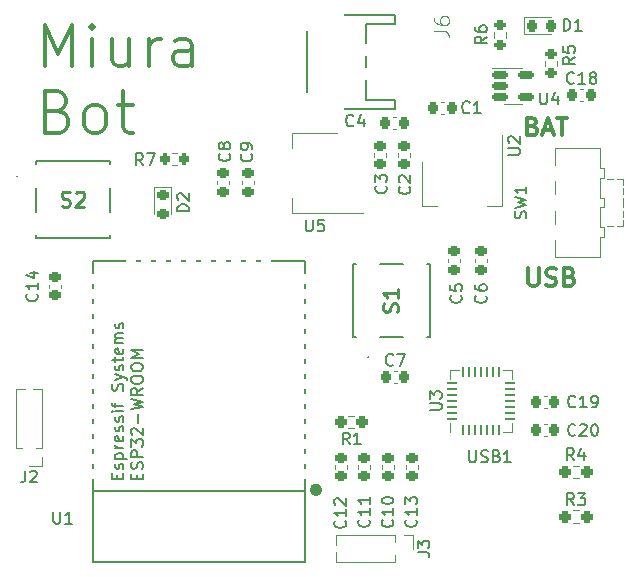
<source format=gto>
%TF.GenerationSoftware,KiCad,Pcbnew,(6.0.8)*%
%TF.CreationDate,2023-02-13T22:42:50-05:00*%
%TF.ProjectId,miura_board,6d697572-615f-4626-9f61-72642e6b6963,rev?*%
%TF.SameCoordinates,Original*%
%TF.FileFunction,Legend,Top*%
%TF.FilePolarity,Positive*%
%FSLAX46Y46*%
G04 Gerber Fmt 4.6, Leading zero omitted, Abs format (unit mm)*
G04 Created by KiCad (PCBNEW (6.0.8)) date 2023-02-13 22:42:50*
%MOMM*%
%LPD*%
G01*
G04 APERTURE LIST*
G04 Aperture macros list*
%AMRoundRect*
0 Rectangle with rounded corners*
0 $1 Rounding radius*
0 $2 $3 $4 $5 $6 $7 $8 $9 X,Y pos of 4 corners*
0 Add a 4 corners polygon primitive as box body*
4,1,4,$2,$3,$4,$5,$6,$7,$8,$9,$2,$3,0*
0 Add four circle primitives for the rounded corners*
1,1,$1+$1,$2,$3*
1,1,$1+$1,$4,$5*
1,1,$1+$1,$6,$7*
1,1,$1+$1,$8,$9*
0 Add four rect primitives between the rounded corners*
20,1,$1+$1,$2,$3,$4,$5,0*
20,1,$1+$1,$4,$5,$6,$7,0*
20,1,$1+$1,$6,$7,$8,$9,0*
20,1,$1+$1,$8,$9,$2,$3,0*%
G04 Aperture macros list end*
%ADD10C,0.300000*%
%ADD11C,0.150000*%
%ADD12C,0.254000*%
%ADD13C,0.101600*%
%ADD14C,0.120000*%
%ADD15C,0.200000*%
%ADD16C,0.100000*%
%ADD17C,0.500000*%
%ADD18C,0.203200*%
%ADD19RoundRect,0.225000X-0.250000X0.225000X-0.250000X-0.225000X0.250000X-0.225000X0.250000X0.225000X0*%
%ADD20R,1.500000X2.000000*%
%ADD21R,3.800000X2.000000*%
%ADD22RoundRect,0.200000X0.275000X-0.200000X0.275000X0.200000X-0.275000X0.200000X-0.275000X-0.200000X0*%
%ADD23RoundRect,0.218750X-0.218750X-0.256250X0.218750X-0.256250X0.218750X0.256250X-0.218750X0.256250X0*%
%ADD24R,2.000000X1.500000*%
%ADD25R,2.000000X3.800000*%
%ADD26C,3.800000*%
%ADD27RoundRect,0.062500X0.062500X-0.337500X0.062500X0.337500X-0.062500X0.337500X-0.062500X-0.337500X0*%
%ADD28RoundRect,0.062500X0.337500X-0.062500X0.337500X0.062500X-0.337500X0.062500X-0.337500X-0.062500X0*%
%ADD29R,3.350000X3.350000*%
%ADD30RoundRect,0.225000X0.225000X0.250000X-0.225000X0.250000X-0.225000X-0.250000X0.225000X-0.250000X0*%
%ADD31R,1.000000X1.000000*%
%ADD32O,1.000000X1.000000*%
%ADD33RoundRect,0.225000X-0.225000X-0.250000X0.225000X-0.250000X0.225000X0.250000X-0.225000X0.250000X0*%
%ADD34R,1.000000X2.750000*%
%ADD35O,2.500000X0.900000*%
%ADD36O,0.900000X2.500000*%
%ADD37R,6.000000X6.000000*%
%ADD38RoundRect,0.200000X0.200000X0.275000X-0.200000X0.275000X-0.200000X-0.275000X0.200000X-0.275000X0*%
%ADD39R,4.599940X0.998220*%
%ADD40R,3.398520X1.597660*%
%ADD41RoundRect,0.150000X-0.512500X-0.150000X0.512500X-0.150000X0.512500X0.150000X-0.512500X0.150000X0*%
%ADD42RoundRect,0.237500X0.250000X0.237500X-0.250000X0.237500X-0.250000X-0.237500X0.250000X-0.237500X0*%
%ADD43R,2.750000X1.000000*%
%ADD44C,0.650000*%
%ADD45R,0.600000X1.450000*%
%ADD46R,0.300000X1.450000*%
%ADD47RoundRect,0.237500X-0.250000X-0.237500X0.250000X-0.237500X0.250000X0.237500X-0.250000X0.237500X0*%
%ADD48RoundRect,0.218750X-0.256250X0.218750X-0.256250X-0.218750X0.256250X-0.218750X0.256250X0.218750X0*%
%ADD49C,0.900000*%
%ADD50R,2.500000X1.250000*%
G04 APERTURE END LIST*
D10*
X106122857Y-46832857D02*
X106337142Y-46904285D01*
X106408571Y-46975714D01*
X106480000Y-47118571D01*
X106480000Y-47332857D01*
X106408571Y-47475714D01*
X106337142Y-47547142D01*
X106194285Y-47618571D01*
X105622857Y-47618571D01*
X105622857Y-46118571D01*
X106122857Y-46118571D01*
X106265714Y-46190000D01*
X106337142Y-46261428D01*
X106408571Y-46404285D01*
X106408571Y-46547142D01*
X106337142Y-46690000D01*
X106265714Y-46761428D01*
X106122857Y-46832857D01*
X105622857Y-46832857D01*
X107051428Y-47190000D02*
X107765714Y-47190000D01*
X106908571Y-47618571D02*
X107408571Y-46118571D01*
X107908571Y-47618571D01*
X108194285Y-46118571D02*
X109051428Y-46118571D01*
X108622857Y-47618571D02*
X108622857Y-46118571D01*
X64828333Y-41765833D02*
X64828333Y-38265833D01*
X65995000Y-40765833D01*
X67161666Y-38265833D01*
X67161666Y-41765833D01*
X68828333Y-41765833D02*
X68828333Y-39432500D01*
X68828333Y-38265833D02*
X68661666Y-38432500D01*
X68828333Y-38599166D01*
X68995000Y-38432500D01*
X68828333Y-38265833D01*
X68828333Y-38599166D01*
X71995000Y-39432500D02*
X71995000Y-41765833D01*
X70495000Y-39432500D02*
X70495000Y-41265833D01*
X70661666Y-41599166D01*
X70995000Y-41765833D01*
X71495000Y-41765833D01*
X71828333Y-41599166D01*
X71995000Y-41432500D01*
X73661666Y-41765833D02*
X73661666Y-39432500D01*
X73661666Y-40099166D02*
X73828333Y-39765833D01*
X73995000Y-39599166D01*
X74328333Y-39432500D01*
X74661666Y-39432500D01*
X77328333Y-41765833D02*
X77328333Y-39932500D01*
X77161666Y-39599166D01*
X76828333Y-39432500D01*
X76161666Y-39432500D01*
X75828333Y-39599166D01*
X77328333Y-41599166D02*
X76995000Y-41765833D01*
X76161666Y-41765833D01*
X75828333Y-41599166D01*
X75661666Y-41265833D01*
X75661666Y-40932500D01*
X75828333Y-40599166D01*
X76161666Y-40432500D01*
X76995000Y-40432500D01*
X77328333Y-40265833D01*
X65995000Y-45567500D02*
X66495000Y-45734166D01*
X66661666Y-45900833D01*
X66828333Y-46234166D01*
X66828333Y-46734166D01*
X66661666Y-47067500D01*
X66495000Y-47234166D01*
X66161666Y-47400833D01*
X64828333Y-47400833D01*
X64828333Y-43900833D01*
X65995000Y-43900833D01*
X66328333Y-44067500D01*
X66495000Y-44234166D01*
X66661666Y-44567500D01*
X66661666Y-44900833D01*
X66495000Y-45234166D01*
X66328333Y-45400833D01*
X65995000Y-45567500D01*
X64828333Y-45567500D01*
X68828333Y-47400833D02*
X68495000Y-47234166D01*
X68328333Y-47067500D01*
X68161666Y-46734166D01*
X68161666Y-45734166D01*
X68328333Y-45400833D01*
X68495000Y-45234166D01*
X68828333Y-45067500D01*
X69328333Y-45067500D01*
X69661666Y-45234166D01*
X69828333Y-45400833D01*
X69995000Y-45734166D01*
X69995000Y-46734166D01*
X69828333Y-47067500D01*
X69661666Y-47234166D01*
X69328333Y-47400833D01*
X68828333Y-47400833D01*
X70995000Y-45067500D02*
X72328333Y-45067500D01*
X71495000Y-43900833D02*
X71495000Y-46900833D01*
X71661666Y-47234166D01*
X71995000Y-47400833D01*
X72328333Y-47400833D01*
X105787142Y-58878571D02*
X105787142Y-60092857D01*
X105858571Y-60235714D01*
X105930000Y-60307142D01*
X106072857Y-60378571D01*
X106358571Y-60378571D01*
X106501428Y-60307142D01*
X106572857Y-60235714D01*
X106644285Y-60092857D01*
X106644285Y-58878571D01*
X107287142Y-60307142D02*
X107501428Y-60378571D01*
X107858571Y-60378571D01*
X108001428Y-60307142D01*
X108072857Y-60235714D01*
X108144285Y-60092857D01*
X108144285Y-59950000D01*
X108072857Y-59807142D01*
X108001428Y-59735714D01*
X107858571Y-59664285D01*
X107572857Y-59592857D01*
X107430000Y-59521428D01*
X107358571Y-59450000D01*
X107287142Y-59307142D01*
X107287142Y-59164285D01*
X107358571Y-59021428D01*
X107430000Y-58950000D01*
X107572857Y-58878571D01*
X107930000Y-58878571D01*
X108144285Y-58950000D01*
X109287142Y-59592857D02*
X109501428Y-59664285D01*
X109572857Y-59735714D01*
X109644285Y-59878571D01*
X109644285Y-60092857D01*
X109572857Y-60235714D01*
X109501428Y-60307142D01*
X109358571Y-60378571D01*
X108787142Y-60378571D01*
X108787142Y-58878571D01*
X109287142Y-58878571D01*
X109430000Y-58950000D01*
X109501428Y-59021428D01*
X109572857Y-59164285D01*
X109572857Y-59307142D01*
X109501428Y-59450000D01*
X109430000Y-59521428D01*
X109287142Y-59592857D01*
X108787142Y-59592857D01*
D11*
%TO.C,C10*%
X94257142Y-80142857D02*
X94304761Y-80190476D01*
X94352380Y-80333333D01*
X94352380Y-80428571D01*
X94304761Y-80571428D01*
X94209523Y-80666666D01*
X94114285Y-80714285D01*
X93923809Y-80761904D01*
X93780952Y-80761904D01*
X93590476Y-80714285D01*
X93495238Y-80666666D01*
X93400000Y-80571428D01*
X93352380Y-80428571D01*
X93352380Y-80333333D01*
X93400000Y-80190476D01*
X93447619Y-80142857D01*
X94352380Y-79190476D02*
X94352380Y-79761904D01*
X94352380Y-79476190D02*
X93352380Y-79476190D01*
X93495238Y-79571428D01*
X93590476Y-79666666D01*
X93638095Y-79761904D01*
X93352380Y-78571428D02*
X93352380Y-78476190D01*
X93400000Y-78380952D01*
X93447619Y-78333333D01*
X93542857Y-78285714D01*
X93733333Y-78238095D01*
X93971428Y-78238095D01*
X94161904Y-78285714D01*
X94257142Y-78333333D01*
X94304761Y-78380952D01*
X94352380Y-78476190D01*
X94352380Y-78571428D01*
X94304761Y-78666666D01*
X94257142Y-78714285D01*
X94161904Y-78761904D01*
X93971428Y-78809523D01*
X93733333Y-78809523D01*
X93542857Y-78761904D01*
X93447619Y-78714285D01*
X93400000Y-78666666D01*
X93352380Y-78571428D01*
%TO.C,U2*%
X104052380Y-49261904D02*
X104861904Y-49261904D01*
X104957142Y-49214285D01*
X105004761Y-49166666D01*
X105052380Y-49071428D01*
X105052380Y-48880952D01*
X105004761Y-48785714D01*
X104957142Y-48738095D01*
X104861904Y-48690476D01*
X104052380Y-48690476D01*
X104147619Y-48261904D02*
X104100000Y-48214285D01*
X104052380Y-48119047D01*
X104052380Y-47880952D01*
X104100000Y-47785714D01*
X104147619Y-47738095D01*
X104242857Y-47690476D01*
X104338095Y-47690476D01*
X104480952Y-47738095D01*
X105052380Y-48309523D01*
X105052380Y-47690476D01*
%TO.C,C5*%
X100057142Y-61166666D02*
X100104761Y-61214285D01*
X100152380Y-61357142D01*
X100152380Y-61452380D01*
X100104761Y-61595238D01*
X100009523Y-61690476D01*
X99914285Y-61738095D01*
X99723809Y-61785714D01*
X99580952Y-61785714D01*
X99390476Y-61738095D01*
X99295238Y-61690476D01*
X99200000Y-61595238D01*
X99152380Y-61452380D01*
X99152380Y-61357142D01*
X99200000Y-61214285D01*
X99247619Y-61166666D01*
X99152380Y-60261904D02*
X99152380Y-60738095D01*
X99628571Y-60785714D01*
X99580952Y-60738095D01*
X99533333Y-60642857D01*
X99533333Y-60404761D01*
X99580952Y-60309523D01*
X99628571Y-60261904D01*
X99723809Y-60214285D01*
X99961904Y-60214285D01*
X100057142Y-60261904D01*
X100104761Y-60309523D01*
X100152380Y-60404761D01*
X100152380Y-60642857D01*
X100104761Y-60738095D01*
X100057142Y-60785714D01*
%TO.C,R6*%
X102252380Y-39266666D02*
X101776190Y-39600000D01*
X102252380Y-39838095D02*
X101252380Y-39838095D01*
X101252380Y-39457142D01*
X101300000Y-39361904D01*
X101347619Y-39314285D01*
X101442857Y-39266666D01*
X101585714Y-39266666D01*
X101680952Y-39314285D01*
X101728571Y-39361904D01*
X101776190Y-39457142D01*
X101776190Y-39838095D01*
X101252380Y-38409523D02*
X101252380Y-38600000D01*
X101300000Y-38695238D01*
X101347619Y-38742857D01*
X101490476Y-38838095D01*
X101680952Y-38885714D01*
X102061904Y-38885714D01*
X102157142Y-38838095D01*
X102204761Y-38790476D01*
X102252380Y-38695238D01*
X102252380Y-38504761D01*
X102204761Y-38409523D01*
X102157142Y-38361904D01*
X102061904Y-38314285D01*
X101823809Y-38314285D01*
X101728571Y-38361904D01*
X101680952Y-38409523D01*
X101633333Y-38504761D01*
X101633333Y-38695238D01*
X101680952Y-38790476D01*
X101728571Y-38838095D01*
X101823809Y-38885714D01*
%TO.C,D1*%
X108761904Y-38752380D02*
X108761904Y-37752380D01*
X109000000Y-37752380D01*
X109142857Y-37800000D01*
X109238095Y-37895238D01*
X109285714Y-37990476D01*
X109333333Y-38180952D01*
X109333333Y-38323809D01*
X109285714Y-38514285D01*
X109238095Y-38609523D01*
X109142857Y-38704761D01*
X109000000Y-38752380D01*
X108761904Y-38752380D01*
X110285714Y-38752380D02*
X109714285Y-38752380D01*
X110000000Y-38752380D02*
X110000000Y-37752380D01*
X109904761Y-37895238D01*
X109809523Y-37990476D01*
X109714285Y-38038095D01*
%TO.C,U5*%
X86938095Y-54752380D02*
X86938095Y-55561904D01*
X86985714Y-55657142D01*
X87033333Y-55704761D01*
X87128571Y-55752380D01*
X87319047Y-55752380D01*
X87414285Y-55704761D01*
X87461904Y-55657142D01*
X87509523Y-55561904D01*
X87509523Y-54752380D01*
X88461904Y-54752380D02*
X87985714Y-54752380D01*
X87938095Y-55228571D01*
X87985714Y-55180952D01*
X88080952Y-55133333D01*
X88319047Y-55133333D01*
X88414285Y-55180952D01*
X88461904Y-55228571D01*
X88509523Y-55323809D01*
X88509523Y-55561904D01*
X88461904Y-55657142D01*
X88414285Y-55704761D01*
X88319047Y-55752380D01*
X88080952Y-55752380D01*
X87985714Y-55704761D01*
X87938095Y-55657142D01*
%TO.C,R5*%
X109712380Y-40986666D02*
X109236190Y-41320000D01*
X109712380Y-41558095D02*
X108712380Y-41558095D01*
X108712380Y-41177142D01*
X108760000Y-41081904D01*
X108807619Y-41034285D01*
X108902857Y-40986666D01*
X109045714Y-40986666D01*
X109140952Y-41034285D01*
X109188571Y-41081904D01*
X109236190Y-41177142D01*
X109236190Y-41558095D01*
X108712380Y-40081904D02*
X108712380Y-40558095D01*
X109188571Y-40605714D01*
X109140952Y-40558095D01*
X109093333Y-40462857D01*
X109093333Y-40224761D01*
X109140952Y-40129523D01*
X109188571Y-40081904D01*
X109283809Y-40034285D01*
X109521904Y-40034285D01*
X109617142Y-40081904D01*
X109664761Y-40129523D01*
X109712380Y-40224761D01*
X109712380Y-40462857D01*
X109664761Y-40558095D01*
X109617142Y-40605714D01*
%TO.C,C14*%
X64157142Y-61042857D02*
X64204761Y-61090476D01*
X64252380Y-61233333D01*
X64252380Y-61328571D01*
X64204761Y-61471428D01*
X64109523Y-61566666D01*
X64014285Y-61614285D01*
X63823809Y-61661904D01*
X63680952Y-61661904D01*
X63490476Y-61614285D01*
X63395238Y-61566666D01*
X63300000Y-61471428D01*
X63252380Y-61328571D01*
X63252380Y-61233333D01*
X63300000Y-61090476D01*
X63347619Y-61042857D01*
X64252380Y-60090476D02*
X64252380Y-60661904D01*
X64252380Y-60376190D02*
X63252380Y-60376190D01*
X63395238Y-60471428D01*
X63490476Y-60566666D01*
X63538095Y-60661904D01*
X63585714Y-59233333D02*
X64252380Y-59233333D01*
X63204761Y-59471428D02*
X63919047Y-59709523D01*
X63919047Y-59090476D01*
%TO.C,U3*%
X97432380Y-70861904D02*
X98241904Y-70861904D01*
X98337142Y-70814285D01*
X98384761Y-70766666D01*
X98432380Y-70671428D01*
X98432380Y-70480952D01*
X98384761Y-70385714D01*
X98337142Y-70338095D01*
X98241904Y-70290476D01*
X97432380Y-70290476D01*
X97432380Y-69909523D02*
X97432380Y-69290476D01*
X97813333Y-69623809D01*
X97813333Y-69480952D01*
X97860952Y-69385714D01*
X97908571Y-69338095D01*
X98003809Y-69290476D01*
X98241904Y-69290476D01*
X98337142Y-69338095D01*
X98384761Y-69385714D01*
X98432380Y-69480952D01*
X98432380Y-69766666D01*
X98384761Y-69861904D01*
X98337142Y-69909523D01*
%TO.C,C6*%
X102157142Y-61176666D02*
X102204761Y-61224285D01*
X102252380Y-61367142D01*
X102252380Y-61462380D01*
X102204761Y-61605238D01*
X102109523Y-61700476D01*
X102014285Y-61748095D01*
X101823809Y-61795714D01*
X101680952Y-61795714D01*
X101490476Y-61748095D01*
X101395238Y-61700476D01*
X101300000Y-61605238D01*
X101252380Y-61462380D01*
X101252380Y-61367142D01*
X101300000Y-61224285D01*
X101347619Y-61176666D01*
X101252380Y-60319523D02*
X101252380Y-60510000D01*
X101300000Y-60605238D01*
X101347619Y-60652857D01*
X101490476Y-60748095D01*
X101680952Y-60795714D01*
X102061904Y-60795714D01*
X102157142Y-60748095D01*
X102204761Y-60700476D01*
X102252380Y-60605238D01*
X102252380Y-60414761D01*
X102204761Y-60319523D01*
X102157142Y-60271904D01*
X102061904Y-60224285D01*
X101823809Y-60224285D01*
X101728571Y-60271904D01*
X101680952Y-60319523D01*
X101633333Y-60414761D01*
X101633333Y-60605238D01*
X101680952Y-60700476D01*
X101728571Y-60748095D01*
X101823809Y-60795714D01*
%TO.C,C2*%
X95687142Y-51966666D02*
X95734761Y-52014285D01*
X95782380Y-52157142D01*
X95782380Y-52252380D01*
X95734761Y-52395238D01*
X95639523Y-52490476D01*
X95544285Y-52538095D01*
X95353809Y-52585714D01*
X95210952Y-52585714D01*
X95020476Y-52538095D01*
X94925238Y-52490476D01*
X94830000Y-52395238D01*
X94782380Y-52252380D01*
X94782380Y-52157142D01*
X94830000Y-52014285D01*
X94877619Y-51966666D01*
X94877619Y-51585714D02*
X94830000Y-51538095D01*
X94782380Y-51442857D01*
X94782380Y-51204761D01*
X94830000Y-51109523D01*
X94877619Y-51061904D01*
X94972857Y-51014285D01*
X95068095Y-51014285D01*
X95210952Y-51061904D01*
X95782380Y-51633333D01*
X95782380Y-51014285D01*
%TO.C,C4*%
X90963333Y-46767142D02*
X90915714Y-46814761D01*
X90772857Y-46862380D01*
X90677619Y-46862380D01*
X90534761Y-46814761D01*
X90439523Y-46719523D01*
X90391904Y-46624285D01*
X90344285Y-46433809D01*
X90344285Y-46290952D01*
X90391904Y-46100476D01*
X90439523Y-46005238D01*
X90534761Y-45910000D01*
X90677619Y-45862380D01*
X90772857Y-45862380D01*
X90915714Y-45910000D01*
X90963333Y-45957619D01*
X91820476Y-46195714D02*
X91820476Y-46862380D01*
X91582380Y-45814761D02*
X91344285Y-46529047D01*
X91963333Y-46529047D01*
%TO.C,J3*%
X96397380Y-82933333D02*
X97111666Y-82933333D01*
X97254523Y-82980952D01*
X97349761Y-83076190D01*
X97397380Y-83219047D01*
X97397380Y-83314285D01*
X96397380Y-82552380D02*
X96397380Y-81933333D01*
X96778333Y-82266666D01*
X96778333Y-82123809D01*
X96825952Y-82028571D01*
X96873571Y-81980952D01*
X96968809Y-81933333D01*
X97206904Y-81933333D01*
X97302142Y-81980952D01*
X97349761Y-82028571D01*
X97397380Y-82123809D01*
X97397380Y-82409523D01*
X97349761Y-82504761D01*
X97302142Y-82552380D01*
%TO.C,C7*%
X94333333Y-67027142D02*
X94285714Y-67074761D01*
X94142857Y-67122380D01*
X94047619Y-67122380D01*
X93904761Y-67074761D01*
X93809523Y-66979523D01*
X93761904Y-66884285D01*
X93714285Y-66693809D01*
X93714285Y-66550952D01*
X93761904Y-66360476D01*
X93809523Y-66265238D01*
X93904761Y-66170000D01*
X94047619Y-66122380D01*
X94142857Y-66122380D01*
X94285714Y-66170000D01*
X94333333Y-66217619D01*
X94666666Y-66122380D02*
X95333333Y-66122380D01*
X94904761Y-67122380D01*
%TO.C,C19*%
X109757142Y-70557142D02*
X109709523Y-70604761D01*
X109566666Y-70652380D01*
X109471428Y-70652380D01*
X109328571Y-70604761D01*
X109233333Y-70509523D01*
X109185714Y-70414285D01*
X109138095Y-70223809D01*
X109138095Y-70080952D01*
X109185714Y-69890476D01*
X109233333Y-69795238D01*
X109328571Y-69700000D01*
X109471428Y-69652380D01*
X109566666Y-69652380D01*
X109709523Y-69700000D01*
X109757142Y-69747619D01*
X110709523Y-70652380D02*
X110138095Y-70652380D01*
X110423809Y-70652380D02*
X110423809Y-69652380D01*
X110328571Y-69795238D01*
X110233333Y-69890476D01*
X110138095Y-69938095D01*
X111185714Y-70652380D02*
X111376190Y-70652380D01*
X111471428Y-70604761D01*
X111519047Y-70557142D01*
X111614285Y-70414285D01*
X111661904Y-70223809D01*
X111661904Y-69842857D01*
X111614285Y-69747619D01*
X111566666Y-69700000D01*
X111471428Y-69652380D01*
X111280952Y-69652380D01*
X111185714Y-69700000D01*
X111138095Y-69747619D01*
X111090476Y-69842857D01*
X111090476Y-70080952D01*
X111138095Y-70176190D01*
X111185714Y-70223809D01*
X111280952Y-70271428D01*
X111471428Y-70271428D01*
X111566666Y-70223809D01*
X111614285Y-70176190D01*
X111661904Y-70080952D01*
D12*
%TO.C,S1*%
X94694047Y-62577619D02*
X94754523Y-62396190D01*
X94754523Y-62093809D01*
X94694047Y-61972857D01*
X94633571Y-61912380D01*
X94512619Y-61851904D01*
X94391666Y-61851904D01*
X94270714Y-61912380D01*
X94210238Y-61972857D01*
X94149761Y-62093809D01*
X94089285Y-62335714D01*
X94028809Y-62456666D01*
X93968333Y-62517142D01*
X93847380Y-62577619D01*
X93726428Y-62577619D01*
X93605476Y-62517142D01*
X93545000Y-62456666D01*
X93484523Y-62335714D01*
X93484523Y-62033333D01*
X93545000Y-61851904D01*
X94754523Y-60642380D02*
X94754523Y-61368095D01*
X94754523Y-61005238D02*
X93484523Y-61005238D01*
X93665952Y-61126190D01*
X93786904Y-61247142D01*
X93847380Y-61368095D01*
D11*
%TO.C,U1*%
X65571095Y-79489380D02*
X65571095Y-80298904D01*
X65618714Y-80394142D01*
X65666333Y-80441761D01*
X65761571Y-80489380D01*
X65952047Y-80489380D01*
X66047285Y-80441761D01*
X66094904Y-80394142D01*
X66142523Y-80298904D01*
X66142523Y-79489380D01*
X67142523Y-80489380D02*
X66571095Y-80489380D01*
X66856809Y-80489380D02*
X66856809Y-79489380D01*
X66761571Y-79632238D01*
X66666333Y-79727476D01*
X66571095Y-79775095D01*
X72611571Y-76726380D02*
X72611571Y-76393047D01*
X73135380Y-76250190D02*
X73135380Y-76726380D01*
X72135380Y-76726380D01*
X72135380Y-76250190D01*
X73087761Y-75869238D02*
X73135380Y-75726380D01*
X73135380Y-75488285D01*
X73087761Y-75393047D01*
X73040142Y-75345428D01*
X72944904Y-75297809D01*
X72849666Y-75297809D01*
X72754428Y-75345428D01*
X72706809Y-75393047D01*
X72659190Y-75488285D01*
X72611571Y-75678761D01*
X72563952Y-75774000D01*
X72516333Y-75821619D01*
X72421095Y-75869238D01*
X72325857Y-75869238D01*
X72230619Y-75821619D01*
X72183000Y-75774000D01*
X72135380Y-75678761D01*
X72135380Y-75440666D01*
X72183000Y-75297809D01*
X73135380Y-74869238D02*
X72135380Y-74869238D01*
X72135380Y-74488285D01*
X72183000Y-74393047D01*
X72230619Y-74345428D01*
X72325857Y-74297809D01*
X72468714Y-74297809D01*
X72563952Y-74345428D01*
X72611571Y-74393047D01*
X72659190Y-74488285D01*
X72659190Y-74869238D01*
X72135380Y-73964476D02*
X72135380Y-73345428D01*
X72516333Y-73678761D01*
X72516333Y-73535904D01*
X72563952Y-73440666D01*
X72611571Y-73393047D01*
X72706809Y-73345428D01*
X72944904Y-73345428D01*
X73040142Y-73393047D01*
X73087761Y-73440666D01*
X73135380Y-73535904D01*
X73135380Y-73821619D01*
X73087761Y-73916857D01*
X73040142Y-73964476D01*
X72230619Y-72964476D02*
X72183000Y-72916857D01*
X72135380Y-72821619D01*
X72135380Y-72583523D01*
X72183000Y-72488285D01*
X72230619Y-72440666D01*
X72325857Y-72393047D01*
X72421095Y-72393047D01*
X72563952Y-72440666D01*
X73135380Y-73012095D01*
X73135380Y-72393047D01*
X72754428Y-71964476D02*
X72754428Y-71202571D01*
X72135380Y-70821619D02*
X73135380Y-70583523D01*
X72421095Y-70393047D01*
X73135380Y-70202571D01*
X72135380Y-69964476D01*
X73135380Y-69012095D02*
X72659190Y-69345428D01*
X73135380Y-69583523D02*
X72135380Y-69583523D01*
X72135380Y-69202571D01*
X72183000Y-69107333D01*
X72230619Y-69059714D01*
X72325857Y-69012095D01*
X72468714Y-69012095D01*
X72563952Y-69059714D01*
X72611571Y-69107333D01*
X72659190Y-69202571D01*
X72659190Y-69583523D01*
X72135380Y-68393047D02*
X72135380Y-68202571D01*
X72183000Y-68107333D01*
X72278238Y-68012095D01*
X72468714Y-67964476D01*
X72802047Y-67964476D01*
X72992523Y-68012095D01*
X73087761Y-68107333D01*
X73135380Y-68202571D01*
X73135380Y-68393047D01*
X73087761Y-68488285D01*
X72992523Y-68583523D01*
X72802047Y-68631142D01*
X72468714Y-68631142D01*
X72278238Y-68583523D01*
X72183000Y-68488285D01*
X72135380Y-68393047D01*
X72135380Y-67345428D02*
X72135380Y-67154952D01*
X72183000Y-67059714D01*
X72278238Y-66964476D01*
X72468714Y-66916857D01*
X72802047Y-66916857D01*
X72992523Y-66964476D01*
X73087761Y-67059714D01*
X73135380Y-67154952D01*
X73135380Y-67345428D01*
X73087761Y-67440666D01*
X72992523Y-67535904D01*
X72802047Y-67583523D01*
X72468714Y-67583523D01*
X72278238Y-67535904D01*
X72183000Y-67440666D01*
X72135380Y-67345428D01*
X73135380Y-66488285D02*
X72135380Y-66488285D01*
X72849666Y-66154952D01*
X72135380Y-65821619D01*
X73135380Y-65821619D01*
X70960571Y-76702428D02*
X70960571Y-76369095D01*
X71484380Y-76226238D02*
X71484380Y-76702428D01*
X70484380Y-76702428D01*
X70484380Y-76226238D01*
X71436761Y-75845285D02*
X71484380Y-75750047D01*
X71484380Y-75559571D01*
X71436761Y-75464333D01*
X71341523Y-75416714D01*
X71293904Y-75416714D01*
X71198666Y-75464333D01*
X71151047Y-75559571D01*
X71151047Y-75702428D01*
X71103428Y-75797666D01*
X71008190Y-75845285D01*
X70960571Y-75845285D01*
X70865333Y-75797666D01*
X70817714Y-75702428D01*
X70817714Y-75559571D01*
X70865333Y-75464333D01*
X70817714Y-74988142D02*
X71817714Y-74988142D01*
X70865333Y-74988142D02*
X70817714Y-74892904D01*
X70817714Y-74702428D01*
X70865333Y-74607190D01*
X70912952Y-74559571D01*
X71008190Y-74511952D01*
X71293904Y-74511952D01*
X71389142Y-74559571D01*
X71436761Y-74607190D01*
X71484380Y-74702428D01*
X71484380Y-74892904D01*
X71436761Y-74988142D01*
X71484380Y-74083380D02*
X70817714Y-74083380D01*
X71008190Y-74083380D02*
X70912952Y-74035761D01*
X70865333Y-73988142D01*
X70817714Y-73892904D01*
X70817714Y-73797666D01*
X71436761Y-73083380D02*
X71484380Y-73178619D01*
X71484380Y-73369095D01*
X71436761Y-73464333D01*
X71341523Y-73511952D01*
X70960571Y-73511952D01*
X70865333Y-73464333D01*
X70817714Y-73369095D01*
X70817714Y-73178619D01*
X70865333Y-73083380D01*
X70960571Y-73035761D01*
X71055809Y-73035761D01*
X71151047Y-73511952D01*
X71436761Y-72654809D02*
X71484380Y-72559571D01*
X71484380Y-72369095D01*
X71436761Y-72273857D01*
X71341523Y-72226238D01*
X71293904Y-72226238D01*
X71198666Y-72273857D01*
X71151047Y-72369095D01*
X71151047Y-72511952D01*
X71103428Y-72607190D01*
X71008190Y-72654809D01*
X70960571Y-72654809D01*
X70865333Y-72607190D01*
X70817714Y-72511952D01*
X70817714Y-72369095D01*
X70865333Y-72273857D01*
X71436761Y-71845285D02*
X71484380Y-71750047D01*
X71484380Y-71559571D01*
X71436761Y-71464333D01*
X71341523Y-71416714D01*
X71293904Y-71416714D01*
X71198666Y-71464333D01*
X71151047Y-71559571D01*
X71151047Y-71702428D01*
X71103428Y-71797666D01*
X71008190Y-71845285D01*
X70960571Y-71845285D01*
X70865333Y-71797666D01*
X70817714Y-71702428D01*
X70817714Y-71559571D01*
X70865333Y-71464333D01*
X71484380Y-70988142D02*
X70817714Y-70988142D01*
X70484380Y-70988142D02*
X70532000Y-71035761D01*
X70579619Y-70988142D01*
X70532000Y-70940523D01*
X70484380Y-70988142D01*
X70579619Y-70988142D01*
X70817714Y-70654809D02*
X70817714Y-70273857D01*
X71484380Y-70511952D02*
X70627238Y-70511952D01*
X70532000Y-70464333D01*
X70484380Y-70369095D01*
X70484380Y-70273857D01*
X71436761Y-69226238D02*
X71484380Y-69083380D01*
X71484380Y-68845285D01*
X71436761Y-68750047D01*
X71389142Y-68702428D01*
X71293904Y-68654809D01*
X71198666Y-68654809D01*
X71103428Y-68702428D01*
X71055809Y-68750047D01*
X71008190Y-68845285D01*
X70960571Y-69035761D01*
X70912952Y-69131000D01*
X70865333Y-69178619D01*
X70770095Y-69226238D01*
X70674857Y-69226238D01*
X70579619Y-69178619D01*
X70532000Y-69131000D01*
X70484380Y-69035761D01*
X70484380Y-68797666D01*
X70532000Y-68654809D01*
X70817714Y-68321476D02*
X71484380Y-68083380D01*
X70817714Y-67845285D02*
X71484380Y-68083380D01*
X71722476Y-68178619D01*
X71770095Y-68226238D01*
X71817714Y-68321476D01*
X71436761Y-67511952D02*
X71484380Y-67416714D01*
X71484380Y-67226238D01*
X71436761Y-67131000D01*
X71341523Y-67083380D01*
X71293904Y-67083380D01*
X71198666Y-67131000D01*
X71151047Y-67226238D01*
X71151047Y-67369095D01*
X71103428Y-67464333D01*
X71008190Y-67511952D01*
X70960571Y-67511952D01*
X70865333Y-67464333D01*
X70817714Y-67369095D01*
X70817714Y-67226238D01*
X70865333Y-67131000D01*
X70817714Y-66797666D02*
X70817714Y-66416714D01*
X70484380Y-66654809D02*
X71341523Y-66654809D01*
X71436761Y-66607190D01*
X71484380Y-66511952D01*
X71484380Y-66416714D01*
X71436761Y-65702428D02*
X71484380Y-65797666D01*
X71484380Y-65988142D01*
X71436761Y-66083380D01*
X71341523Y-66131000D01*
X70960571Y-66131000D01*
X70865333Y-66083380D01*
X70817714Y-65988142D01*
X70817714Y-65797666D01*
X70865333Y-65702428D01*
X70960571Y-65654809D01*
X71055809Y-65654809D01*
X71151047Y-66131000D01*
X71484380Y-65226238D02*
X70817714Y-65226238D01*
X70912952Y-65226238D02*
X70865333Y-65178619D01*
X70817714Y-65083380D01*
X70817714Y-64940523D01*
X70865333Y-64845285D01*
X70960571Y-64797666D01*
X71484380Y-64797666D01*
X70960571Y-64797666D02*
X70865333Y-64750047D01*
X70817714Y-64654809D01*
X70817714Y-64511952D01*
X70865333Y-64416714D01*
X70960571Y-64369095D01*
X71484380Y-64369095D01*
X71436761Y-63940523D02*
X71484380Y-63845285D01*
X71484380Y-63654809D01*
X71436761Y-63559571D01*
X71341523Y-63511952D01*
X71293904Y-63511952D01*
X71198666Y-63559571D01*
X71151047Y-63654809D01*
X71151047Y-63797666D01*
X71103428Y-63892904D01*
X71008190Y-63940523D01*
X70960571Y-63940523D01*
X70865333Y-63892904D01*
X70817714Y-63797666D01*
X70817714Y-63654809D01*
X70865333Y-63559571D01*
%TO.C,C18*%
X109629642Y-43167142D02*
X109582023Y-43214761D01*
X109439166Y-43262380D01*
X109343928Y-43262380D01*
X109201071Y-43214761D01*
X109105833Y-43119523D01*
X109058214Y-43024285D01*
X109010595Y-42833809D01*
X109010595Y-42690952D01*
X109058214Y-42500476D01*
X109105833Y-42405238D01*
X109201071Y-42310000D01*
X109343928Y-42262380D01*
X109439166Y-42262380D01*
X109582023Y-42310000D01*
X109629642Y-42357619D01*
X110582023Y-43262380D02*
X110010595Y-43262380D01*
X110296309Y-43262380D02*
X110296309Y-42262380D01*
X110201071Y-42405238D01*
X110105833Y-42500476D01*
X110010595Y-42548095D01*
X111153452Y-42690952D02*
X111058214Y-42643333D01*
X111010595Y-42595714D01*
X110962976Y-42500476D01*
X110962976Y-42452857D01*
X111010595Y-42357619D01*
X111058214Y-42310000D01*
X111153452Y-42262380D01*
X111343928Y-42262380D01*
X111439166Y-42310000D01*
X111486785Y-42357619D01*
X111534404Y-42452857D01*
X111534404Y-42500476D01*
X111486785Y-42595714D01*
X111439166Y-42643333D01*
X111343928Y-42690952D01*
X111153452Y-42690952D01*
X111058214Y-42738571D01*
X111010595Y-42786190D01*
X110962976Y-42881428D01*
X110962976Y-43071904D01*
X111010595Y-43167142D01*
X111058214Y-43214761D01*
X111153452Y-43262380D01*
X111343928Y-43262380D01*
X111439166Y-43214761D01*
X111486785Y-43167142D01*
X111534404Y-43071904D01*
X111534404Y-42881428D01*
X111486785Y-42786190D01*
X111439166Y-42738571D01*
X111343928Y-42690952D01*
%TO.C,C20*%
X109757142Y-72957142D02*
X109709523Y-73004761D01*
X109566666Y-73052380D01*
X109471428Y-73052380D01*
X109328571Y-73004761D01*
X109233333Y-72909523D01*
X109185714Y-72814285D01*
X109138095Y-72623809D01*
X109138095Y-72480952D01*
X109185714Y-72290476D01*
X109233333Y-72195238D01*
X109328571Y-72100000D01*
X109471428Y-72052380D01*
X109566666Y-72052380D01*
X109709523Y-72100000D01*
X109757142Y-72147619D01*
X110138095Y-72147619D02*
X110185714Y-72100000D01*
X110280952Y-72052380D01*
X110519047Y-72052380D01*
X110614285Y-72100000D01*
X110661904Y-72147619D01*
X110709523Y-72242857D01*
X110709523Y-72338095D01*
X110661904Y-72480952D01*
X110090476Y-73052380D01*
X110709523Y-73052380D01*
X111328571Y-72052380D02*
X111423809Y-72052380D01*
X111519047Y-72100000D01*
X111566666Y-72147619D01*
X111614285Y-72242857D01*
X111661904Y-72433333D01*
X111661904Y-72671428D01*
X111614285Y-72861904D01*
X111566666Y-72957142D01*
X111519047Y-73004761D01*
X111423809Y-73052380D01*
X111328571Y-73052380D01*
X111233333Y-73004761D01*
X111185714Y-72957142D01*
X111138095Y-72861904D01*
X111090476Y-72671428D01*
X111090476Y-72433333D01*
X111138095Y-72242857D01*
X111185714Y-72147619D01*
X111233333Y-72100000D01*
X111328571Y-72052380D01*
%TO.C,C9*%
X82317142Y-49206666D02*
X82364761Y-49254285D01*
X82412380Y-49397142D01*
X82412380Y-49492380D01*
X82364761Y-49635238D01*
X82269523Y-49730476D01*
X82174285Y-49778095D01*
X81983809Y-49825714D01*
X81840952Y-49825714D01*
X81650476Y-49778095D01*
X81555238Y-49730476D01*
X81460000Y-49635238D01*
X81412380Y-49492380D01*
X81412380Y-49397142D01*
X81460000Y-49254285D01*
X81507619Y-49206666D01*
X82412380Y-48730476D02*
X82412380Y-48540000D01*
X82364761Y-48444761D01*
X82317142Y-48397142D01*
X82174285Y-48301904D01*
X81983809Y-48254285D01*
X81602857Y-48254285D01*
X81507619Y-48301904D01*
X81460000Y-48349523D01*
X81412380Y-48444761D01*
X81412380Y-48635238D01*
X81460000Y-48730476D01*
X81507619Y-48778095D01*
X81602857Y-48825714D01*
X81840952Y-48825714D01*
X81936190Y-48778095D01*
X81983809Y-48730476D01*
X82031428Y-48635238D01*
X82031428Y-48444761D01*
X81983809Y-48349523D01*
X81936190Y-48301904D01*
X81840952Y-48254285D01*
%TO.C,R7*%
X73133333Y-50152380D02*
X72800000Y-49676190D01*
X72561904Y-50152380D02*
X72561904Y-49152380D01*
X72942857Y-49152380D01*
X73038095Y-49200000D01*
X73085714Y-49247619D01*
X73133333Y-49342857D01*
X73133333Y-49485714D01*
X73085714Y-49580952D01*
X73038095Y-49628571D01*
X72942857Y-49676190D01*
X72561904Y-49676190D01*
X73466666Y-49152380D02*
X74133333Y-49152380D01*
X73704761Y-50152380D01*
D13*
%TO.C,J6*%
X97804523Y-38823333D02*
X98711666Y-38823333D01*
X98893095Y-38883809D01*
X99014047Y-39004761D01*
X99074523Y-39186190D01*
X99074523Y-39307142D01*
X97804523Y-37674285D02*
X97804523Y-37916190D01*
X97865000Y-38037142D01*
X97925476Y-38097619D01*
X98106904Y-38218571D01*
X98348809Y-38279047D01*
X98832619Y-38279047D01*
X98953571Y-38218571D01*
X99014047Y-38158095D01*
X99074523Y-38037142D01*
X99074523Y-37795238D01*
X99014047Y-37674285D01*
X98953571Y-37613809D01*
X98832619Y-37553333D01*
X98530238Y-37553333D01*
X98409285Y-37613809D01*
X98348809Y-37674285D01*
X98288333Y-37795238D01*
X98288333Y-38037142D01*
X98348809Y-38158095D01*
X98409285Y-38218571D01*
X98530238Y-38279047D01*
D11*
%TO.C,U4*%
X106768095Y-43992380D02*
X106768095Y-44801904D01*
X106815714Y-44897142D01*
X106863333Y-44944761D01*
X106958571Y-44992380D01*
X107149047Y-44992380D01*
X107244285Y-44944761D01*
X107291904Y-44897142D01*
X107339523Y-44801904D01*
X107339523Y-43992380D01*
X108244285Y-44325714D02*
X108244285Y-44992380D01*
X108006190Y-43944761D02*
X107768095Y-44659047D01*
X108387142Y-44659047D01*
%TO.C,R1*%
X90633333Y-73782380D02*
X90300000Y-73306190D01*
X90061904Y-73782380D02*
X90061904Y-72782380D01*
X90442857Y-72782380D01*
X90538095Y-72830000D01*
X90585714Y-72877619D01*
X90633333Y-72972857D01*
X90633333Y-73115714D01*
X90585714Y-73210952D01*
X90538095Y-73258571D01*
X90442857Y-73306190D01*
X90061904Y-73306190D01*
X91585714Y-73782380D02*
X91014285Y-73782380D01*
X91300000Y-73782380D02*
X91300000Y-72782380D01*
X91204761Y-72925238D01*
X91109523Y-73020476D01*
X91014285Y-73068095D01*
%TO.C,C13*%
X96257142Y-80142857D02*
X96304761Y-80190476D01*
X96352380Y-80333333D01*
X96352380Y-80428571D01*
X96304761Y-80571428D01*
X96209523Y-80666666D01*
X96114285Y-80714285D01*
X95923809Y-80761904D01*
X95780952Y-80761904D01*
X95590476Y-80714285D01*
X95495238Y-80666666D01*
X95400000Y-80571428D01*
X95352380Y-80428571D01*
X95352380Y-80333333D01*
X95400000Y-80190476D01*
X95447619Y-80142857D01*
X96352380Y-79190476D02*
X96352380Y-79761904D01*
X96352380Y-79476190D02*
X95352380Y-79476190D01*
X95495238Y-79571428D01*
X95590476Y-79666666D01*
X95638095Y-79761904D01*
X95352380Y-78857142D02*
X95352380Y-78238095D01*
X95733333Y-78571428D01*
X95733333Y-78428571D01*
X95780952Y-78333333D01*
X95828571Y-78285714D01*
X95923809Y-78238095D01*
X96161904Y-78238095D01*
X96257142Y-78285714D01*
X96304761Y-78333333D01*
X96352380Y-78428571D01*
X96352380Y-78714285D01*
X96304761Y-78809523D01*
X96257142Y-78857142D01*
%TO.C,C8*%
X80457142Y-49166666D02*
X80504761Y-49214285D01*
X80552380Y-49357142D01*
X80552380Y-49452380D01*
X80504761Y-49595238D01*
X80409523Y-49690476D01*
X80314285Y-49738095D01*
X80123809Y-49785714D01*
X79980952Y-49785714D01*
X79790476Y-49738095D01*
X79695238Y-49690476D01*
X79600000Y-49595238D01*
X79552380Y-49452380D01*
X79552380Y-49357142D01*
X79600000Y-49214285D01*
X79647619Y-49166666D01*
X79980952Y-48595238D02*
X79933333Y-48690476D01*
X79885714Y-48738095D01*
X79790476Y-48785714D01*
X79742857Y-48785714D01*
X79647619Y-48738095D01*
X79600000Y-48690476D01*
X79552380Y-48595238D01*
X79552380Y-48404761D01*
X79600000Y-48309523D01*
X79647619Y-48261904D01*
X79742857Y-48214285D01*
X79790476Y-48214285D01*
X79885714Y-48261904D01*
X79933333Y-48309523D01*
X79980952Y-48404761D01*
X79980952Y-48595238D01*
X80028571Y-48690476D01*
X80076190Y-48738095D01*
X80171428Y-48785714D01*
X80361904Y-48785714D01*
X80457142Y-48738095D01*
X80504761Y-48690476D01*
X80552380Y-48595238D01*
X80552380Y-48404761D01*
X80504761Y-48309523D01*
X80457142Y-48261904D01*
X80361904Y-48214285D01*
X80171428Y-48214285D01*
X80076190Y-48261904D01*
X80028571Y-48309523D01*
X79980952Y-48404761D01*
D12*
%TO.C,S2*%
X66252380Y-53584047D02*
X66433809Y-53644523D01*
X66736190Y-53644523D01*
X66857142Y-53584047D01*
X66917619Y-53523571D01*
X66978095Y-53402619D01*
X66978095Y-53281666D01*
X66917619Y-53160714D01*
X66857142Y-53100238D01*
X66736190Y-53039761D01*
X66494285Y-52979285D01*
X66373333Y-52918809D01*
X66312857Y-52858333D01*
X66252380Y-52737380D01*
X66252380Y-52616428D01*
X66312857Y-52495476D01*
X66373333Y-52435000D01*
X66494285Y-52374523D01*
X66796666Y-52374523D01*
X66978095Y-52435000D01*
X67461904Y-52495476D02*
X67522380Y-52435000D01*
X67643333Y-52374523D01*
X67945714Y-52374523D01*
X68066666Y-52435000D01*
X68127142Y-52495476D01*
X68187619Y-52616428D01*
X68187619Y-52737380D01*
X68127142Y-52918809D01*
X67401428Y-53644523D01*
X68187619Y-53644523D01*
D11*
%TO.C,USB1*%
X100761904Y-74287380D02*
X100761904Y-75096904D01*
X100809523Y-75192142D01*
X100857142Y-75239761D01*
X100952380Y-75287380D01*
X101142857Y-75287380D01*
X101238095Y-75239761D01*
X101285714Y-75192142D01*
X101333333Y-75096904D01*
X101333333Y-74287380D01*
X101761904Y-75239761D02*
X101904761Y-75287380D01*
X102142857Y-75287380D01*
X102238095Y-75239761D01*
X102285714Y-75192142D01*
X102333333Y-75096904D01*
X102333333Y-75001666D01*
X102285714Y-74906428D01*
X102238095Y-74858809D01*
X102142857Y-74811190D01*
X101952380Y-74763571D01*
X101857142Y-74715952D01*
X101809523Y-74668333D01*
X101761904Y-74573095D01*
X101761904Y-74477857D01*
X101809523Y-74382619D01*
X101857142Y-74335000D01*
X101952380Y-74287380D01*
X102190476Y-74287380D01*
X102333333Y-74335000D01*
X103095238Y-74763571D02*
X103238095Y-74811190D01*
X103285714Y-74858809D01*
X103333333Y-74954047D01*
X103333333Y-75096904D01*
X103285714Y-75192142D01*
X103238095Y-75239761D01*
X103142857Y-75287380D01*
X102761904Y-75287380D01*
X102761904Y-74287380D01*
X103095238Y-74287380D01*
X103190476Y-74335000D01*
X103238095Y-74382619D01*
X103285714Y-74477857D01*
X103285714Y-74573095D01*
X103238095Y-74668333D01*
X103190476Y-74715952D01*
X103095238Y-74763571D01*
X102761904Y-74763571D01*
X104285714Y-75287380D02*
X103714285Y-75287380D01*
X104000000Y-75287380D02*
X104000000Y-74287380D01*
X103904761Y-74430238D01*
X103809523Y-74525476D01*
X103714285Y-74573095D01*
%TO.C,R4*%
X109633333Y-75122380D02*
X109300000Y-74646190D01*
X109061904Y-75122380D02*
X109061904Y-74122380D01*
X109442857Y-74122380D01*
X109538095Y-74170000D01*
X109585714Y-74217619D01*
X109633333Y-74312857D01*
X109633333Y-74455714D01*
X109585714Y-74550952D01*
X109538095Y-74598571D01*
X109442857Y-74646190D01*
X109061904Y-74646190D01*
X110490476Y-74455714D02*
X110490476Y-75122380D01*
X110252380Y-74074761D02*
X110014285Y-74789047D01*
X110633333Y-74789047D01*
%TO.C,J2*%
X63166666Y-75997380D02*
X63166666Y-76711666D01*
X63119047Y-76854523D01*
X63023809Y-76949761D01*
X62880952Y-76997380D01*
X62785714Y-76997380D01*
X63595238Y-76092619D02*
X63642857Y-76045000D01*
X63738095Y-75997380D01*
X63976190Y-75997380D01*
X64071428Y-76045000D01*
X64119047Y-76092619D01*
X64166666Y-76187857D01*
X64166666Y-76283095D01*
X64119047Y-76425952D01*
X63547619Y-76997380D01*
X64166666Y-76997380D01*
%TO.C,D2*%
X77052380Y-54038095D02*
X76052380Y-54038095D01*
X76052380Y-53800000D01*
X76100000Y-53657142D01*
X76195238Y-53561904D01*
X76290476Y-53514285D01*
X76480952Y-53466666D01*
X76623809Y-53466666D01*
X76814285Y-53514285D01*
X76909523Y-53561904D01*
X77004761Y-53657142D01*
X77052380Y-53800000D01*
X77052380Y-54038095D01*
X76147619Y-53085714D02*
X76100000Y-53038095D01*
X76052380Y-52942857D01*
X76052380Y-52704761D01*
X76100000Y-52609523D01*
X76147619Y-52561904D01*
X76242857Y-52514285D01*
X76338095Y-52514285D01*
X76480952Y-52561904D01*
X77052380Y-53133333D01*
X77052380Y-52514285D01*
%TO.C,C1*%
X100793333Y-45647142D02*
X100745714Y-45694761D01*
X100602857Y-45742380D01*
X100507619Y-45742380D01*
X100364761Y-45694761D01*
X100269523Y-45599523D01*
X100221904Y-45504285D01*
X100174285Y-45313809D01*
X100174285Y-45170952D01*
X100221904Y-44980476D01*
X100269523Y-44885238D01*
X100364761Y-44790000D01*
X100507619Y-44742380D01*
X100602857Y-44742380D01*
X100745714Y-44790000D01*
X100793333Y-44837619D01*
X101745714Y-45742380D02*
X101174285Y-45742380D01*
X101460000Y-45742380D02*
X101460000Y-44742380D01*
X101364761Y-44885238D01*
X101269523Y-44980476D01*
X101174285Y-45028095D01*
%TO.C,C12*%
X90257142Y-80242857D02*
X90304761Y-80290476D01*
X90352380Y-80433333D01*
X90352380Y-80528571D01*
X90304761Y-80671428D01*
X90209523Y-80766666D01*
X90114285Y-80814285D01*
X89923809Y-80861904D01*
X89780952Y-80861904D01*
X89590476Y-80814285D01*
X89495238Y-80766666D01*
X89400000Y-80671428D01*
X89352380Y-80528571D01*
X89352380Y-80433333D01*
X89400000Y-80290476D01*
X89447619Y-80242857D01*
X90352380Y-79290476D02*
X90352380Y-79861904D01*
X90352380Y-79576190D02*
X89352380Y-79576190D01*
X89495238Y-79671428D01*
X89590476Y-79766666D01*
X89638095Y-79861904D01*
X89447619Y-78909523D02*
X89400000Y-78861904D01*
X89352380Y-78766666D01*
X89352380Y-78528571D01*
X89400000Y-78433333D01*
X89447619Y-78385714D01*
X89542857Y-78338095D01*
X89638095Y-78338095D01*
X89780952Y-78385714D01*
X90352380Y-78957142D01*
X90352380Y-78338095D01*
%TO.C,SW1*%
X105564761Y-54633333D02*
X105612380Y-54490476D01*
X105612380Y-54252380D01*
X105564761Y-54157142D01*
X105517142Y-54109523D01*
X105421904Y-54061904D01*
X105326666Y-54061904D01*
X105231428Y-54109523D01*
X105183809Y-54157142D01*
X105136190Y-54252380D01*
X105088571Y-54442857D01*
X105040952Y-54538095D01*
X104993333Y-54585714D01*
X104898095Y-54633333D01*
X104802857Y-54633333D01*
X104707619Y-54585714D01*
X104660000Y-54538095D01*
X104612380Y-54442857D01*
X104612380Y-54204761D01*
X104660000Y-54061904D01*
X104612380Y-53728571D02*
X105612380Y-53490476D01*
X104898095Y-53300000D01*
X105612380Y-53109523D01*
X104612380Y-52871428D01*
X105612380Y-51966666D02*
X105612380Y-52538095D01*
X105612380Y-52252380D02*
X104612380Y-52252380D01*
X104755238Y-52347619D01*
X104850476Y-52442857D01*
X104898095Y-52538095D01*
%TO.C,C3*%
X93697142Y-51896666D02*
X93744761Y-51944285D01*
X93792380Y-52087142D01*
X93792380Y-52182380D01*
X93744761Y-52325238D01*
X93649523Y-52420476D01*
X93554285Y-52468095D01*
X93363809Y-52515714D01*
X93220952Y-52515714D01*
X93030476Y-52468095D01*
X92935238Y-52420476D01*
X92840000Y-52325238D01*
X92792380Y-52182380D01*
X92792380Y-52087142D01*
X92840000Y-51944285D01*
X92887619Y-51896666D01*
X92792380Y-51563333D02*
X92792380Y-50944285D01*
X93173333Y-51277619D01*
X93173333Y-51134761D01*
X93220952Y-51039523D01*
X93268571Y-50991904D01*
X93363809Y-50944285D01*
X93601904Y-50944285D01*
X93697142Y-50991904D01*
X93744761Y-51039523D01*
X93792380Y-51134761D01*
X93792380Y-51420476D01*
X93744761Y-51515714D01*
X93697142Y-51563333D01*
%TO.C,R3*%
X109633333Y-78922380D02*
X109300000Y-78446190D01*
X109061904Y-78922380D02*
X109061904Y-77922380D01*
X109442857Y-77922380D01*
X109538095Y-77970000D01*
X109585714Y-78017619D01*
X109633333Y-78112857D01*
X109633333Y-78255714D01*
X109585714Y-78350952D01*
X109538095Y-78398571D01*
X109442857Y-78446190D01*
X109061904Y-78446190D01*
X109966666Y-77922380D02*
X110585714Y-77922380D01*
X110252380Y-78303333D01*
X110395238Y-78303333D01*
X110490476Y-78350952D01*
X110538095Y-78398571D01*
X110585714Y-78493809D01*
X110585714Y-78731904D01*
X110538095Y-78827142D01*
X110490476Y-78874761D01*
X110395238Y-78922380D01*
X110109523Y-78922380D01*
X110014285Y-78874761D01*
X109966666Y-78827142D01*
%TO.C,C11*%
X92257142Y-80142857D02*
X92304761Y-80190476D01*
X92352380Y-80333333D01*
X92352380Y-80428571D01*
X92304761Y-80571428D01*
X92209523Y-80666666D01*
X92114285Y-80714285D01*
X91923809Y-80761904D01*
X91780952Y-80761904D01*
X91590476Y-80714285D01*
X91495238Y-80666666D01*
X91400000Y-80571428D01*
X91352380Y-80428571D01*
X91352380Y-80333333D01*
X91400000Y-80190476D01*
X91447619Y-80142857D01*
X92352380Y-79190476D02*
X92352380Y-79761904D01*
X92352380Y-79476190D02*
X91352380Y-79476190D01*
X91495238Y-79571428D01*
X91590476Y-79666666D01*
X91638095Y-79761904D01*
X92352380Y-78238095D02*
X92352380Y-78809523D01*
X92352380Y-78523809D02*
X91352380Y-78523809D01*
X91495238Y-78619047D01*
X91590476Y-78714285D01*
X91638095Y-78809523D01*
D14*
%TO.C,C10*%
X94410000Y-75559420D02*
X94410000Y-75840580D01*
X93390000Y-75559420D02*
X93390000Y-75840580D01*
%TO.C,U2*%
X96750000Y-53610000D02*
X98010000Y-53610000D01*
X103570000Y-47600000D02*
X103570000Y-53610000D01*
X96750000Y-49850000D02*
X96750000Y-53610000D01*
X103570000Y-53610000D02*
X102310000Y-53610000D01*
%TO.C,C5*%
X100010000Y-58059420D02*
X100010000Y-58340580D01*
X98990000Y-58059420D02*
X98990000Y-58340580D01*
%TO.C,R6*%
X102850000Y-39377258D02*
X102850000Y-38902742D01*
X103895000Y-39377258D02*
X103895000Y-38902742D01*
%TO.C,D1*%
X107672500Y-37605000D02*
X105387500Y-37605000D01*
X105387500Y-39075000D02*
X107672500Y-39075000D01*
X105387500Y-37605000D02*
X105387500Y-39075000D01*
%TO.C,U5*%
X91800000Y-54210000D02*
X85790000Y-54210000D01*
X85790000Y-47390000D02*
X85790000Y-48650000D01*
X89550000Y-47390000D02*
X85790000Y-47390000D01*
X85790000Y-54210000D02*
X85790000Y-52950000D01*
%TO.C,R5*%
X107150000Y-41777258D02*
X107150000Y-41302742D01*
X108195000Y-41777258D02*
X108195000Y-41302742D01*
%TO.C,C14*%
X66210000Y-60259420D02*
X66210000Y-60540580D01*
X65190000Y-60259420D02*
X65190000Y-60540580D01*
%TO.C,U3*%
X104390000Y-72710000D02*
X103665000Y-72710000D01*
X99170000Y-71985000D02*
X99170000Y-72710000D01*
X104390000Y-68215000D02*
X104390000Y-67490000D01*
X99170000Y-68215000D02*
X99170000Y-67490000D01*
X104390000Y-67490000D02*
X103665000Y-67490000D01*
X99170000Y-67490000D02*
X99895000Y-67490000D01*
X104390000Y-71985000D02*
X104390000Y-72710000D01*
%TO.C,C6*%
X102310000Y-58059420D02*
X102310000Y-58340580D01*
X101290000Y-58059420D02*
X101290000Y-58340580D01*
%TO.C,C2*%
X95770000Y-49149420D02*
X95770000Y-49430580D01*
X94750000Y-49149420D02*
X94750000Y-49430580D01*
%TO.C,C4*%
X94580580Y-47080000D02*
X94299420Y-47080000D01*
X94580580Y-46060000D02*
X94299420Y-46060000D01*
%TO.C,J3*%
X94490000Y-83710000D02*
X89475000Y-83710000D01*
X96010000Y-81490000D02*
X96010000Y-82600000D01*
X89475000Y-82907530D02*
X89475000Y-83710000D01*
X94490000Y-81490000D02*
X94490000Y-82036529D01*
X89475000Y-81490000D02*
X89475000Y-82292470D01*
X95250000Y-81490000D02*
X96010000Y-81490000D01*
X94490000Y-81490000D02*
X89475000Y-81490000D01*
X94490000Y-83163471D02*
X94490000Y-83710000D01*
%TO.C,C7*%
X94359420Y-68610000D02*
X94640580Y-68610000D01*
X94359420Y-67590000D02*
X94640580Y-67590000D01*
%TO.C,C19*%
X107059420Y-70710000D02*
X107340580Y-70710000D01*
X107059420Y-69690000D02*
X107340580Y-69690000D01*
D15*
%TO.C,S1*%
X93180000Y-64710000D02*
X95180000Y-64710000D01*
X97430000Y-64710000D02*
X97180000Y-64710000D01*
X90930000Y-64710000D02*
X91180000Y-64710000D01*
D16*
X92180000Y-66410000D02*
X92180000Y-66410000D01*
D15*
X91180000Y-58510000D02*
X90930000Y-58510000D01*
X97430000Y-58510000D02*
X97430000Y-64710000D01*
X90930000Y-58510000D02*
X90930000Y-64710000D01*
D16*
X92180000Y-66310000D02*
X92180000Y-66310000D01*
D15*
X93180000Y-58510000D02*
X95180000Y-58510000D01*
X97180000Y-58510000D02*
X97430000Y-58510000D01*
D16*
X92180000Y-66410000D02*
G75*
G03*
X92180000Y-66310000I0J50000D01*
G01*
X92180000Y-66310000D02*
G75*
G03*
X92180000Y-66410000I0J-50000D01*
G01*
D11*
%TO.C,U1*%
X68890000Y-58270000D02*
X86890000Y-58270000D01*
X68890000Y-83770000D02*
X86890000Y-83770000D01*
X68890000Y-83770000D02*
X68890000Y-58270000D01*
X68890000Y-77770000D02*
X86890000Y-77770000D01*
X86890000Y-83770000D02*
X86890000Y-58270000D01*
D17*
X88079981Y-77624000D02*
G75*
G03*
X88079981Y-77624000I-283981J0D01*
G01*
D14*
%TO.C,C18*%
X110131920Y-44750000D02*
X110413080Y-44750000D01*
X110131920Y-43730000D02*
X110413080Y-43730000D01*
%TO.C,C20*%
X107059420Y-73110000D02*
X107340580Y-73110000D01*
X107059420Y-72090000D02*
X107340580Y-72090000D01*
%TO.C,C9*%
X81490000Y-51459420D02*
X81490000Y-51740580D01*
X82510000Y-51459420D02*
X82510000Y-51740580D01*
%TO.C,R7*%
X76057258Y-50162500D02*
X75582742Y-50162500D01*
X76057258Y-49117500D02*
X75582742Y-49117500D01*
D18*
%TO.C,J6*%
X94498340Y-45397960D02*
X87000260Y-45397960D01*
X91998980Y-44597860D02*
X94498340Y-44597860D01*
X87000260Y-37402040D02*
X94498340Y-37402040D01*
X94498340Y-38202140D02*
X91998980Y-38202140D01*
X94498340Y-44597860D02*
X94498340Y-45397960D01*
X94498340Y-37402040D02*
X94498340Y-38202140D01*
X91998980Y-38202140D02*
X91998980Y-44597860D01*
X87000260Y-45397960D02*
X87000260Y-37402040D01*
D14*
%TO.C,U4*%
X104472500Y-45000000D02*
X103672500Y-45000000D01*
X104472500Y-45000000D02*
X105272500Y-45000000D01*
X104472500Y-41880000D02*
X105272500Y-41880000D01*
X104472500Y-41880000D02*
X102672500Y-41880000D01*
%TO.C,R1*%
X91054724Y-72422500D02*
X90545276Y-72422500D01*
X91054724Y-71377500D02*
X90545276Y-71377500D01*
%TO.C,C13*%
X96410000Y-75559420D02*
X96410000Y-75840580D01*
X95390000Y-75559420D02*
X95390000Y-75840580D01*
%TO.C,C8*%
X79390000Y-51459420D02*
X79390000Y-51740580D01*
X80410000Y-51459420D02*
X80410000Y-51740580D01*
D15*
%TO.C,S2*%
X70320000Y-50070000D02*
X70320000Y-49820000D01*
D16*
X62420000Y-51070000D02*
X62420000Y-51070000D01*
D15*
X70320000Y-49820000D02*
X64120000Y-49820000D01*
D16*
X62520000Y-51070000D02*
X62520000Y-51070000D01*
D15*
X64120000Y-56320000D02*
X64120000Y-56070000D01*
X70320000Y-56320000D02*
X64120000Y-56320000D01*
X64120000Y-52070000D02*
X64120000Y-54070000D01*
X70320000Y-52070000D02*
X70320000Y-54070000D01*
X64120000Y-49820000D02*
X64120000Y-50070000D01*
X70320000Y-56070000D02*
X70320000Y-56320000D01*
D16*
X62420000Y-51070000D02*
G75*
G03*
X62520000Y-51070000I50000J0D01*
G01*
X62520000Y-51070000D02*
G75*
G03*
X62420000Y-51070000I-50000J0D01*
G01*
D14*
%TO.C,R4*%
X109545276Y-75577500D02*
X110054724Y-75577500D01*
X109545276Y-76622500D02*
X110054724Y-76622500D01*
%TO.C,J2*%
X62390000Y-74090000D02*
X62390000Y-69075000D01*
X64610000Y-74090000D02*
X64063471Y-74090000D01*
X64610000Y-75610000D02*
X63500000Y-75610000D01*
X64610000Y-74090000D02*
X64610000Y-69075000D01*
X64610000Y-69075000D02*
X63807530Y-69075000D01*
X64610000Y-74850000D02*
X64610000Y-75610000D01*
X62936529Y-74090000D02*
X62390000Y-74090000D01*
X63192470Y-69075000D02*
X62390000Y-69075000D01*
%TO.C,D2*%
X75555000Y-51992500D02*
X74085000Y-51992500D01*
X75555000Y-54277500D02*
X75555000Y-51992500D01*
X74085000Y-51992500D02*
X74085000Y-54277500D01*
%TO.C,C1*%
X98379420Y-44810000D02*
X98660580Y-44810000D01*
X98379420Y-45830000D02*
X98660580Y-45830000D01*
%TO.C,C12*%
X89390000Y-75559420D02*
X89390000Y-75840580D01*
X90410000Y-75559420D02*
X90410000Y-75840580D01*
%TO.C,SW1*%
X112160000Y-51200000D02*
X111860000Y-51200000D01*
X111860000Y-48700000D02*
X111860000Y-50400000D01*
X113760000Y-51300000D02*
X113760000Y-51800000D01*
X112960000Y-51300000D02*
X112460000Y-51300000D01*
X108060000Y-52600000D02*
X108060000Y-52600000D01*
X112160000Y-50400000D02*
X112160000Y-51200000D01*
X108060000Y-54000000D02*
X108060000Y-55100000D01*
X113760000Y-55300000D02*
X113760000Y-54800000D01*
X111860000Y-57900000D02*
X111860000Y-57900000D01*
X113760000Y-51300000D02*
X113260000Y-51300000D01*
X111860000Y-57900000D02*
X108060000Y-57900000D01*
X111860000Y-52900000D02*
X112160000Y-52900000D01*
X113760000Y-52900000D02*
X113760000Y-53700000D01*
X112460000Y-55300000D02*
X112460000Y-55300000D01*
X112160000Y-53700000D02*
X111860000Y-53700000D01*
X113760000Y-54800000D02*
X113760000Y-54800000D01*
X113760000Y-54500000D02*
X113760000Y-54000000D01*
X111860000Y-56200000D02*
X111860000Y-57900000D01*
X112160000Y-52900000D02*
X112160000Y-53700000D01*
X113760000Y-53700000D02*
X113760000Y-53700000D01*
X113760000Y-54000000D02*
X113760000Y-54000000D01*
X108060000Y-57900000D02*
X108060000Y-56500000D01*
X113760000Y-52600000D02*
X113760000Y-52600000D01*
X111860000Y-51200000D02*
X111860000Y-52900000D01*
X113760000Y-52100000D02*
X113760000Y-52600000D01*
X113760000Y-55300000D02*
X113260000Y-55300000D01*
X113760000Y-51800000D02*
X113760000Y-51800000D01*
X108060000Y-51500000D02*
X108060000Y-52600000D01*
X113260000Y-51300000D02*
X113260000Y-51300000D01*
X108060000Y-55100000D02*
X108060000Y-55100000D01*
X112160000Y-56200000D02*
X111860000Y-56200000D01*
X108060000Y-50100000D02*
X108060000Y-48700000D01*
X112160000Y-55400000D02*
X112160000Y-56200000D01*
X111860000Y-50400000D02*
X112160000Y-50400000D01*
X111860000Y-55400000D02*
X112160000Y-55400000D01*
X108060000Y-48700000D02*
X111860000Y-48700000D01*
X113260000Y-55300000D02*
X113260000Y-55300000D01*
X111860000Y-53700000D02*
X111860000Y-55400000D01*
X112460000Y-51300000D02*
X112460000Y-51300000D01*
X112960000Y-55300000D02*
X112460000Y-55300000D01*
%TO.C,C3*%
X93750000Y-49139420D02*
X93750000Y-49420580D01*
X92730000Y-49139420D02*
X92730000Y-49420580D01*
%TO.C,R3*%
X109545276Y-79377500D02*
X110054724Y-79377500D01*
X109545276Y-80422500D02*
X110054724Y-80422500D01*
%TO.C,C11*%
X92410000Y-75559420D02*
X92410000Y-75840580D01*
X91390000Y-75559420D02*
X91390000Y-75840580D01*
%TD*%
%LPC*%
D19*
%TO.C,C10*%
X93900000Y-74925000D03*
X93900000Y-76475000D03*
%TD*%
D20*
%TO.C,U2*%
X102460000Y-48550000D03*
X100160000Y-48550000D03*
D21*
X100160000Y-54850000D03*
D20*
X97860000Y-48550000D03*
%TD*%
D19*
%TO.C,C5*%
X99500000Y-57425000D03*
X99500000Y-58975000D03*
%TD*%
D22*
%TO.C,R6*%
X103372500Y-39965000D03*
X103372500Y-38315000D03*
%TD*%
D23*
%TO.C,D1*%
X106085000Y-38340000D03*
X107660000Y-38340000D03*
%TD*%
D24*
%TO.C,U5*%
X90850000Y-53100000D03*
D25*
X84550000Y-50800000D03*
D24*
X90850000Y-50800000D03*
X90850000Y-48500000D03*
%TD*%
D26*
%TO.C,H1*%
X112760000Y-36760000D03*
%TD*%
D22*
%TO.C,R5*%
X107672500Y-42365000D03*
X107672500Y-40715000D03*
%TD*%
D19*
%TO.C,C14*%
X65700000Y-59625000D03*
X65700000Y-61175000D03*
%TD*%
D27*
%TO.C,U3*%
X100280000Y-72550000D03*
X100780000Y-72550000D03*
X101280000Y-72550000D03*
X101780000Y-72550000D03*
X102280000Y-72550000D03*
X102780000Y-72550000D03*
X103280000Y-72550000D03*
D28*
X104230000Y-71600000D03*
X104230000Y-71100000D03*
X104230000Y-70600000D03*
X104230000Y-70100000D03*
X104230000Y-69600000D03*
X104230000Y-69100000D03*
X104230000Y-68600000D03*
D27*
X103280000Y-67650000D03*
X102780000Y-67650000D03*
X102280000Y-67650000D03*
X101780000Y-67650000D03*
X101280000Y-67650000D03*
X100780000Y-67650000D03*
X100280000Y-67650000D03*
D28*
X99330000Y-68600000D03*
X99330000Y-69100000D03*
X99330000Y-69600000D03*
X99330000Y-70100000D03*
X99330000Y-70600000D03*
X99330000Y-71100000D03*
X99330000Y-71600000D03*
D29*
X101780000Y-70100000D03*
%TD*%
D19*
%TO.C,C6*%
X101800000Y-57425000D03*
X101800000Y-58975000D03*
%TD*%
%TO.C,C2*%
X95260000Y-48515000D03*
X95260000Y-50065000D03*
%TD*%
D30*
%TO.C,C4*%
X95215000Y-46570000D03*
X93665000Y-46570000D03*
%TD*%
D31*
%TO.C,J3*%
X95250000Y-82600000D03*
D32*
X93980000Y-82600000D03*
X92710000Y-82600000D03*
X91440000Y-82600000D03*
X90170000Y-82600000D03*
%TD*%
D33*
%TO.C,C7*%
X93725000Y-68100000D03*
X95275000Y-68100000D03*
%TD*%
%TO.C,C19*%
X106425000Y-70200000D03*
X107975000Y-70200000D03*
%TD*%
D34*
%TO.C,S1*%
X92180000Y-64485000D03*
X92180000Y-58735000D03*
X96180000Y-64485000D03*
X96180000Y-58735000D03*
%TD*%
D35*
%TO.C,U1*%
X86890000Y-76270000D03*
X86890000Y-75000000D03*
X86890000Y-73730000D03*
X86890000Y-72460000D03*
X86890000Y-71190000D03*
X86890000Y-69920000D03*
X86890000Y-68650000D03*
X86890000Y-67380000D03*
X86890000Y-66110000D03*
X86890000Y-64840000D03*
X86890000Y-63570000D03*
X86890000Y-62300000D03*
X86890000Y-61030000D03*
X86890000Y-59760000D03*
D36*
X83605000Y-58270000D03*
X82335000Y-58270000D03*
X81065000Y-58270000D03*
X79795000Y-58270000D03*
X78525000Y-58270000D03*
X77255000Y-58270000D03*
X75985000Y-58270000D03*
X74715000Y-58270000D03*
X73445000Y-58270000D03*
X72175000Y-58270000D03*
D35*
X68890000Y-59760000D03*
X68890000Y-61030000D03*
X68890000Y-62300000D03*
X68890000Y-63570000D03*
X68890000Y-64840000D03*
X68890000Y-66110000D03*
X68890000Y-67380000D03*
X68890000Y-68650000D03*
X68890000Y-69920000D03*
X68890000Y-71190000D03*
X68890000Y-72460000D03*
X68890000Y-73730000D03*
X68890000Y-75000000D03*
X68890000Y-76270000D03*
D37*
X78190000Y-68570000D03*
%TD*%
D33*
%TO.C,C18*%
X109497500Y-44240000D03*
X111047500Y-44240000D03*
%TD*%
%TO.C,C20*%
X106425000Y-72600000D03*
X107975000Y-72600000D03*
%TD*%
D19*
%TO.C,C9*%
X82000000Y-50825000D03*
X82000000Y-52375000D03*
%TD*%
D38*
%TO.C,R7*%
X76645000Y-49640000D03*
X74995000Y-49640000D03*
%TD*%
D39*
%TO.C,J6*%
X93698240Y-40401780D03*
X93698240Y-42398220D03*
D40*
X88501400Y-44798520D03*
X88501400Y-38001480D03*
%TD*%
D41*
%TO.C,U4*%
X103335000Y-42490000D03*
X103335000Y-43440000D03*
X103335000Y-44390000D03*
X105610000Y-44390000D03*
X105610000Y-42490000D03*
%TD*%
D42*
%TO.C,R1*%
X91712500Y-71900000D03*
X89887500Y-71900000D03*
%TD*%
D19*
%TO.C,C13*%
X95900000Y-74925000D03*
X95900000Y-76475000D03*
%TD*%
D26*
%TO.C,H3*%
X61460000Y-84530000D03*
%TD*%
D19*
%TO.C,C8*%
X79900000Y-50825000D03*
X79900000Y-52375000D03*
%TD*%
D26*
%TO.C,H2*%
X61540000Y-36810000D03*
%TD*%
%TO.C,H4*%
X112510000Y-84560000D03*
%TD*%
D43*
%TO.C,S2*%
X64345000Y-51070000D03*
X70095000Y-51070000D03*
X64345000Y-55070000D03*
X70095000Y-55070000D03*
%TD*%
D44*
%TO.C,USB1*%
X99610000Y-77835000D03*
X105390000Y-77835000D03*
D45*
X99275000Y-76390000D03*
X100050000Y-76390000D03*
D46*
X100750000Y-76390000D03*
X101250000Y-76390000D03*
X101750000Y-76390000D03*
X102250000Y-76390000D03*
X102750000Y-76390000D03*
X103250000Y-76390000D03*
X103750000Y-76390000D03*
X104250000Y-76390000D03*
D45*
X104950000Y-76390000D03*
X105725000Y-76390000D03*
%TD*%
D47*
%TO.C,R4*%
X108887500Y-76100000D03*
X110712500Y-76100000D03*
%TD*%
D31*
%TO.C,J2*%
X63500000Y-74850000D03*
D32*
X63500000Y-73580000D03*
X63500000Y-72310000D03*
X63500000Y-71040000D03*
X63500000Y-69770000D03*
%TD*%
D48*
%TO.C,D2*%
X74820000Y-52690000D03*
X74820000Y-54265000D03*
%TD*%
D33*
%TO.C,C1*%
X97745000Y-45320000D03*
X99295000Y-45320000D03*
%TD*%
D19*
%TO.C,C12*%
X89900000Y-74925000D03*
X89900000Y-76475000D03*
%TD*%
D49*
%TO.C,SW1*%
X109960000Y-56700000D03*
X109960000Y-49900000D03*
D50*
X107210000Y-55800000D03*
X107210000Y-53300000D03*
X107210000Y-50800000D03*
%TD*%
D19*
%TO.C,C3*%
X93240000Y-48505000D03*
X93240000Y-50055000D03*
%TD*%
D47*
%TO.C,R3*%
X108887500Y-79900000D03*
X110712500Y-79900000D03*
%TD*%
D19*
%TO.C,C11*%
X91900000Y-74925000D03*
X91900000Y-76475000D03*
%TD*%
M02*

</source>
